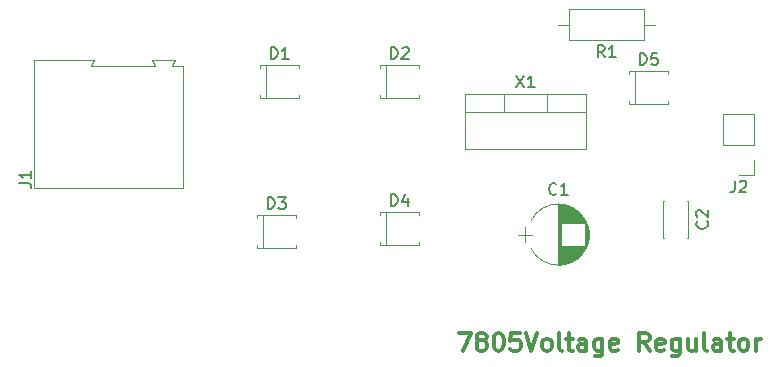
<source format=gbr>
G04 #@! TF.FileFunction,Legend,Top*
%FSLAX46Y46*%
G04 Gerber Fmt 4.6, Leading zero omitted, Abs format (unit mm)*
G04 Created by KiCad (PCBNEW 4.0.7) date 04/27/20 15:33:10*
%MOMM*%
%LPD*%
G01*
G04 APERTURE LIST*
%ADD10C,0.100000*%
%ADD11C,0.300000*%
%ADD12C,0.120000*%
%ADD13C,0.150000*%
G04 APERTURE END LIST*
D10*
D11*
X139904002Y-111192571D02*
X140904002Y-111192571D01*
X140261145Y-112692571D01*
X141689716Y-111835429D02*
X141546858Y-111764000D01*
X141475430Y-111692571D01*
X141404001Y-111549714D01*
X141404001Y-111478286D01*
X141475430Y-111335429D01*
X141546858Y-111264000D01*
X141689716Y-111192571D01*
X141975430Y-111192571D01*
X142118287Y-111264000D01*
X142189716Y-111335429D01*
X142261144Y-111478286D01*
X142261144Y-111549714D01*
X142189716Y-111692571D01*
X142118287Y-111764000D01*
X141975430Y-111835429D01*
X141689716Y-111835429D01*
X141546858Y-111906857D01*
X141475430Y-111978286D01*
X141404001Y-112121143D01*
X141404001Y-112406857D01*
X141475430Y-112549714D01*
X141546858Y-112621143D01*
X141689716Y-112692571D01*
X141975430Y-112692571D01*
X142118287Y-112621143D01*
X142189716Y-112549714D01*
X142261144Y-112406857D01*
X142261144Y-112121143D01*
X142189716Y-111978286D01*
X142118287Y-111906857D01*
X141975430Y-111835429D01*
X143189715Y-111192571D02*
X143332572Y-111192571D01*
X143475429Y-111264000D01*
X143546858Y-111335429D01*
X143618287Y-111478286D01*
X143689715Y-111764000D01*
X143689715Y-112121143D01*
X143618287Y-112406857D01*
X143546858Y-112549714D01*
X143475429Y-112621143D01*
X143332572Y-112692571D01*
X143189715Y-112692571D01*
X143046858Y-112621143D01*
X142975429Y-112549714D01*
X142904001Y-112406857D01*
X142832572Y-112121143D01*
X142832572Y-111764000D01*
X142904001Y-111478286D01*
X142975429Y-111335429D01*
X143046858Y-111264000D01*
X143189715Y-111192571D01*
X145046858Y-111192571D02*
X144332572Y-111192571D01*
X144261143Y-111906857D01*
X144332572Y-111835429D01*
X144475429Y-111764000D01*
X144832572Y-111764000D01*
X144975429Y-111835429D01*
X145046858Y-111906857D01*
X145118286Y-112049714D01*
X145118286Y-112406857D01*
X145046858Y-112549714D01*
X144975429Y-112621143D01*
X144832572Y-112692571D01*
X144475429Y-112692571D01*
X144332572Y-112621143D01*
X144261143Y-112549714D01*
X145546857Y-111192571D02*
X146046857Y-112692571D01*
X146546857Y-111192571D01*
X147261143Y-112692571D02*
X147118285Y-112621143D01*
X147046857Y-112549714D01*
X146975428Y-112406857D01*
X146975428Y-111978286D01*
X147046857Y-111835429D01*
X147118285Y-111764000D01*
X147261143Y-111692571D01*
X147475428Y-111692571D01*
X147618285Y-111764000D01*
X147689714Y-111835429D01*
X147761143Y-111978286D01*
X147761143Y-112406857D01*
X147689714Y-112549714D01*
X147618285Y-112621143D01*
X147475428Y-112692571D01*
X147261143Y-112692571D01*
X148618286Y-112692571D02*
X148475428Y-112621143D01*
X148404000Y-112478286D01*
X148404000Y-111192571D01*
X148975428Y-111692571D02*
X149546857Y-111692571D01*
X149189714Y-111192571D02*
X149189714Y-112478286D01*
X149261142Y-112621143D01*
X149404000Y-112692571D01*
X149546857Y-112692571D01*
X150689714Y-112692571D02*
X150689714Y-111906857D01*
X150618285Y-111764000D01*
X150475428Y-111692571D01*
X150189714Y-111692571D01*
X150046857Y-111764000D01*
X150689714Y-112621143D02*
X150546857Y-112692571D01*
X150189714Y-112692571D01*
X150046857Y-112621143D01*
X149975428Y-112478286D01*
X149975428Y-112335429D01*
X150046857Y-112192571D01*
X150189714Y-112121143D01*
X150546857Y-112121143D01*
X150689714Y-112049714D01*
X152046857Y-111692571D02*
X152046857Y-112906857D01*
X151975428Y-113049714D01*
X151904000Y-113121143D01*
X151761143Y-113192571D01*
X151546857Y-113192571D01*
X151404000Y-113121143D01*
X152046857Y-112621143D02*
X151904000Y-112692571D01*
X151618286Y-112692571D01*
X151475428Y-112621143D01*
X151404000Y-112549714D01*
X151332571Y-112406857D01*
X151332571Y-111978286D01*
X151404000Y-111835429D01*
X151475428Y-111764000D01*
X151618286Y-111692571D01*
X151904000Y-111692571D01*
X152046857Y-111764000D01*
X153332571Y-112621143D02*
X153189714Y-112692571D01*
X152904000Y-112692571D01*
X152761143Y-112621143D01*
X152689714Y-112478286D01*
X152689714Y-111906857D01*
X152761143Y-111764000D01*
X152904000Y-111692571D01*
X153189714Y-111692571D01*
X153332571Y-111764000D01*
X153404000Y-111906857D01*
X153404000Y-112049714D01*
X152689714Y-112192571D01*
X156046857Y-112692571D02*
X155546857Y-111978286D01*
X155189714Y-112692571D02*
X155189714Y-111192571D01*
X155761142Y-111192571D01*
X155904000Y-111264000D01*
X155975428Y-111335429D01*
X156046857Y-111478286D01*
X156046857Y-111692571D01*
X155975428Y-111835429D01*
X155904000Y-111906857D01*
X155761142Y-111978286D01*
X155189714Y-111978286D01*
X157261142Y-112621143D02*
X157118285Y-112692571D01*
X156832571Y-112692571D01*
X156689714Y-112621143D01*
X156618285Y-112478286D01*
X156618285Y-111906857D01*
X156689714Y-111764000D01*
X156832571Y-111692571D01*
X157118285Y-111692571D01*
X157261142Y-111764000D01*
X157332571Y-111906857D01*
X157332571Y-112049714D01*
X156618285Y-112192571D01*
X158618285Y-111692571D02*
X158618285Y-112906857D01*
X158546856Y-113049714D01*
X158475428Y-113121143D01*
X158332571Y-113192571D01*
X158118285Y-113192571D01*
X157975428Y-113121143D01*
X158618285Y-112621143D02*
X158475428Y-112692571D01*
X158189714Y-112692571D01*
X158046856Y-112621143D01*
X157975428Y-112549714D01*
X157903999Y-112406857D01*
X157903999Y-111978286D01*
X157975428Y-111835429D01*
X158046856Y-111764000D01*
X158189714Y-111692571D01*
X158475428Y-111692571D01*
X158618285Y-111764000D01*
X159975428Y-111692571D02*
X159975428Y-112692571D01*
X159332571Y-111692571D02*
X159332571Y-112478286D01*
X159403999Y-112621143D01*
X159546857Y-112692571D01*
X159761142Y-112692571D01*
X159903999Y-112621143D01*
X159975428Y-112549714D01*
X160904000Y-112692571D02*
X160761142Y-112621143D01*
X160689714Y-112478286D01*
X160689714Y-111192571D01*
X162118285Y-112692571D02*
X162118285Y-111906857D01*
X162046856Y-111764000D01*
X161903999Y-111692571D01*
X161618285Y-111692571D01*
X161475428Y-111764000D01*
X162118285Y-112621143D02*
X161975428Y-112692571D01*
X161618285Y-112692571D01*
X161475428Y-112621143D01*
X161403999Y-112478286D01*
X161403999Y-112335429D01*
X161475428Y-112192571D01*
X161618285Y-112121143D01*
X161975428Y-112121143D01*
X162118285Y-112049714D01*
X162618285Y-111692571D02*
X163189714Y-111692571D01*
X162832571Y-111192571D02*
X162832571Y-112478286D01*
X162903999Y-112621143D01*
X163046857Y-112692571D01*
X163189714Y-112692571D01*
X163904000Y-112692571D02*
X163761142Y-112621143D01*
X163689714Y-112549714D01*
X163618285Y-112406857D01*
X163618285Y-111978286D01*
X163689714Y-111835429D01*
X163761142Y-111764000D01*
X163904000Y-111692571D01*
X164118285Y-111692571D01*
X164261142Y-111764000D01*
X164332571Y-111835429D01*
X164404000Y-111978286D01*
X164404000Y-112406857D01*
X164332571Y-112549714D01*
X164261142Y-112621143D01*
X164118285Y-112692571D01*
X163904000Y-112692571D01*
X165046857Y-112692571D02*
X165046857Y-111692571D01*
X165046857Y-111978286D02*
X165118285Y-111835429D01*
X165189714Y-111764000D01*
X165332571Y-111692571D01*
X165475428Y-111692571D01*
D12*
X150621722Y-101690277D02*
G75*
G03X146010420Y-101690000I-2305722J-1179723D01*
G01*
X150621722Y-104049723D02*
G75*
G02X146010420Y-104050000I-2305722J1179723D01*
G01*
X150621722Y-104049723D02*
G75*
G03X150621580Y-101690000I-2305722J1179723D01*
G01*
X148316000Y-100320000D02*
X148316000Y-105420000D01*
X148356000Y-100320000D02*
X148356000Y-105420000D01*
X148396000Y-100321000D02*
X148396000Y-105419000D01*
X148436000Y-100322000D02*
X148436000Y-105418000D01*
X148476000Y-100324000D02*
X148476000Y-105416000D01*
X148516000Y-100327000D02*
X148516000Y-105413000D01*
X148556000Y-100331000D02*
X148556000Y-105409000D01*
X148596000Y-100335000D02*
X148596000Y-101890000D01*
X148596000Y-103850000D02*
X148596000Y-105405000D01*
X148636000Y-100339000D02*
X148636000Y-101890000D01*
X148636000Y-103850000D02*
X148636000Y-105401000D01*
X148676000Y-100345000D02*
X148676000Y-101890000D01*
X148676000Y-103850000D02*
X148676000Y-105395000D01*
X148716000Y-100351000D02*
X148716000Y-101890000D01*
X148716000Y-103850000D02*
X148716000Y-105389000D01*
X148756000Y-100357000D02*
X148756000Y-101890000D01*
X148756000Y-103850000D02*
X148756000Y-105383000D01*
X148796000Y-100364000D02*
X148796000Y-101890000D01*
X148796000Y-103850000D02*
X148796000Y-105376000D01*
X148836000Y-100372000D02*
X148836000Y-101890000D01*
X148836000Y-103850000D02*
X148836000Y-105368000D01*
X148876000Y-100381000D02*
X148876000Y-101890000D01*
X148876000Y-103850000D02*
X148876000Y-105359000D01*
X148916000Y-100390000D02*
X148916000Y-101890000D01*
X148916000Y-103850000D02*
X148916000Y-105350000D01*
X148956000Y-100400000D02*
X148956000Y-101890000D01*
X148956000Y-103850000D02*
X148956000Y-105340000D01*
X148996000Y-100410000D02*
X148996000Y-101890000D01*
X148996000Y-103850000D02*
X148996000Y-105330000D01*
X149037000Y-100422000D02*
X149037000Y-101890000D01*
X149037000Y-103850000D02*
X149037000Y-105318000D01*
X149077000Y-100434000D02*
X149077000Y-101890000D01*
X149077000Y-103850000D02*
X149077000Y-105306000D01*
X149117000Y-100446000D02*
X149117000Y-101890000D01*
X149117000Y-103850000D02*
X149117000Y-105294000D01*
X149157000Y-100460000D02*
X149157000Y-101890000D01*
X149157000Y-103850000D02*
X149157000Y-105280000D01*
X149197000Y-100474000D02*
X149197000Y-101890000D01*
X149197000Y-103850000D02*
X149197000Y-105266000D01*
X149237000Y-100488000D02*
X149237000Y-101890000D01*
X149237000Y-103850000D02*
X149237000Y-105252000D01*
X149277000Y-100504000D02*
X149277000Y-101890000D01*
X149277000Y-103850000D02*
X149277000Y-105236000D01*
X149317000Y-100520000D02*
X149317000Y-101890000D01*
X149317000Y-103850000D02*
X149317000Y-105220000D01*
X149357000Y-100537000D02*
X149357000Y-101890000D01*
X149357000Y-103850000D02*
X149357000Y-105203000D01*
X149397000Y-100555000D02*
X149397000Y-101890000D01*
X149397000Y-103850000D02*
X149397000Y-105185000D01*
X149437000Y-100574000D02*
X149437000Y-101890000D01*
X149437000Y-103850000D02*
X149437000Y-105166000D01*
X149477000Y-100594000D02*
X149477000Y-101890000D01*
X149477000Y-103850000D02*
X149477000Y-105146000D01*
X149517000Y-100614000D02*
X149517000Y-101890000D01*
X149517000Y-103850000D02*
X149517000Y-105126000D01*
X149557000Y-100636000D02*
X149557000Y-101890000D01*
X149557000Y-103850000D02*
X149557000Y-105104000D01*
X149597000Y-100658000D02*
X149597000Y-101890000D01*
X149597000Y-103850000D02*
X149597000Y-105082000D01*
X149637000Y-100681000D02*
X149637000Y-101890000D01*
X149637000Y-103850000D02*
X149637000Y-105059000D01*
X149677000Y-100705000D02*
X149677000Y-101890000D01*
X149677000Y-103850000D02*
X149677000Y-105035000D01*
X149717000Y-100730000D02*
X149717000Y-101890000D01*
X149717000Y-103850000D02*
X149717000Y-105010000D01*
X149757000Y-100757000D02*
X149757000Y-101890000D01*
X149757000Y-103850000D02*
X149757000Y-104983000D01*
X149797000Y-100784000D02*
X149797000Y-101890000D01*
X149797000Y-103850000D02*
X149797000Y-104956000D01*
X149837000Y-100812000D02*
X149837000Y-101890000D01*
X149837000Y-103850000D02*
X149837000Y-104928000D01*
X149877000Y-100842000D02*
X149877000Y-101890000D01*
X149877000Y-103850000D02*
X149877000Y-104898000D01*
X149917000Y-100873000D02*
X149917000Y-101890000D01*
X149917000Y-103850000D02*
X149917000Y-104867000D01*
X149957000Y-100905000D02*
X149957000Y-101890000D01*
X149957000Y-103850000D02*
X149957000Y-104835000D01*
X149997000Y-100938000D02*
X149997000Y-101890000D01*
X149997000Y-103850000D02*
X149997000Y-104802000D01*
X150037000Y-100973000D02*
X150037000Y-101890000D01*
X150037000Y-103850000D02*
X150037000Y-104767000D01*
X150077000Y-101009000D02*
X150077000Y-101890000D01*
X150077000Y-103850000D02*
X150077000Y-104731000D01*
X150117000Y-101047000D02*
X150117000Y-101890000D01*
X150117000Y-103850000D02*
X150117000Y-104693000D01*
X150157000Y-101087000D02*
X150157000Y-101890000D01*
X150157000Y-103850000D02*
X150157000Y-104653000D01*
X150197000Y-101128000D02*
X150197000Y-101890000D01*
X150197000Y-103850000D02*
X150197000Y-104612000D01*
X150237000Y-101171000D02*
X150237000Y-101890000D01*
X150237000Y-103850000D02*
X150237000Y-104569000D01*
X150277000Y-101216000D02*
X150277000Y-101890000D01*
X150277000Y-103850000D02*
X150277000Y-104524000D01*
X150317000Y-101264000D02*
X150317000Y-101890000D01*
X150317000Y-103850000D02*
X150317000Y-104476000D01*
X150357000Y-101314000D02*
X150357000Y-101890000D01*
X150357000Y-103850000D02*
X150357000Y-104426000D01*
X150397000Y-101366000D02*
X150397000Y-101890000D01*
X150397000Y-103850000D02*
X150397000Y-104374000D01*
X150437000Y-101422000D02*
X150437000Y-101890000D01*
X150437000Y-103850000D02*
X150437000Y-104318000D01*
X150477000Y-101480000D02*
X150477000Y-101890000D01*
X150477000Y-103850000D02*
X150477000Y-104260000D01*
X150517000Y-101543000D02*
X150517000Y-101890000D01*
X150517000Y-103850000D02*
X150517000Y-104197000D01*
X150557000Y-101609000D02*
X150557000Y-104131000D01*
X150597000Y-101681000D02*
X150597000Y-104059000D01*
X150637000Y-101758000D02*
X150637000Y-103982000D01*
X150677000Y-101842000D02*
X150677000Y-103898000D01*
X150717000Y-101936000D02*
X150717000Y-103804000D01*
X150757000Y-102041000D02*
X150757000Y-103699000D01*
X150797000Y-102163000D02*
X150797000Y-103577000D01*
X150837000Y-102311000D02*
X150837000Y-103429000D01*
X150877000Y-102516000D02*
X150877000Y-103224000D01*
X144866000Y-102870000D02*
X146066000Y-102870000D01*
X145466000Y-102220000D02*
X145466000Y-103520000D01*
X159302000Y-100020000D02*
X159302000Y-103140000D01*
X157182000Y-100020000D02*
X157182000Y-103140000D01*
X159302000Y-100020000D02*
X159238000Y-100020000D01*
X157246000Y-100020000D02*
X157182000Y-100020000D01*
X159302000Y-103140000D02*
X159238000Y-103140000D01*
X157246000Y-103140000D02*
X157182000Y-103140000D01*
X123054000Y-88736000D02*
X123054000Y-88556000D01*
X123054000Y-88556000D02*
X126374000Y-88556000D01*
X126374000Y-88556000D02*
X126374000Y-88736000D01*
X123054000Y-91096000D02*
X123054000Y-91276000D01*
X123054000Y-91276000D02*
X126374000Y-91276000D01*
X126374000Y-91276000D02*
X126374000Y-91096000D01*
X123594000Y-88556000D02*
X123594000Y-91276000D01*
X133214000Y-88736000D02*
X133214000Y-88556000D01*
X133214000Y-88556000D02*
X136534000Y-88556000D01*
X136534000Y-88556000D02*
X136534000Y-88736000D01*
X133214000Y-91096000D02*
X133214000Y-91276000D01*
X133214000Y-91276000D02*
X136534000Y-91276000D01*
X136534000Y-91276000D02*
X136534000Y-91096000D01*
X133754000Y-88556000D02*
X133754000Y-91276000D01*
X122800000Y-101436000D02*
X122800000Y-101256000D01*
X122800000Y-101256000D02*
X126120000Y-101256000D01*
X126120000Y-101256000D02*
X126120000Y-101436000D01*
X122800000Y-103796000D02*
X122800000Y-103976000D01*
X122800000Y-103976000D02*
X126120000Y-103976000D01*
X126120000Y-103976000D02*
X126120000Y-103796000D01*
X123340000Y-101256000D02*
X123340000Y-103976000D01*
X133214000Y-101182000D02*
X133214000Y-101002000D01*
X133214000Y-101002000D02*
X136534000Y-101002000D01*
X136534000Y-101002000D02*
X136534000Y-101182000D01*
X133214000Y-103542000D02*
X133214000Y-103722000D01*
X133214000Y-103722000D02*
X136534000Y-103722000D01*
X136534000Y-103722000D02*
X136534000Y-103542000D01*
X133754000Y-101002000D02*
X133754000Y-103722000D01*
X154296000Y-89244000D02*
X154296000Y-89064000D01*
X154296000Y-89064000D02*
X157616000Y-89064000D01*
X157616000Y-89064000D02*
X157616000Y-89244000D01*
X154296000Y-91604000D02*
X154296000Y-91784000D01*
X154296000Y-91784000D02*
X157616000Y-91784000D01*
X157616000Y-91784000D02*
X157616000Y-91604000D01*
X154836000Y-89064000D02*
X154836000Y-91784000D01*
X103936000Y-98916000D02*
X116536000Y-98916000D01*
X116536000Y-98916000D02*
X116536000Y-88566000D01*
X116536000Y-88566000D02*
X115586000Y-88566000D01*
X115586000Y-88566000D02*
X115836000Y-88066000D01*
X115836000Y-88066000D02*
X113936000Y-88066000D01*
X113936000Y-88066000D02*
X113886000Y-88066000D01*
X113886000Y-88066000D02*
X114136000Y-88566000D01*
X114136000Y-88566000D02*
X108736000Y-88566000D01*
X108736000Y-88566000D02*
X109036000Y-88066000D01*
X109036000Y-88066000D02*
X103936000Y-88066000D01*
X103936000Y-88066000D02*
X103936000Y-98916000D01*
X164906000Y-92650000D02*
X162246000Y-92650000D01*
X164906000Y-95250000D02*
X164906000Y-92650000D01*
X162246000Y-95250000D02*
X162246000Y-92650000D01*
X164906000Y-95250000D02*
X162246000Y-95250000D01*
X164906000Y-96520000D02*
X164906000Y-97850000D01*
X164906000Y-97850000D02*
X163576000Y-97850000D01*
X155610000Y-86400000D02*
X155610000Y-83780000D01*
X155610000Y-83780000D02*
X149190000Y-83780000D01*
X149190000Y-83780000D02*
X149190000Y-86400000D01*
X149190000Y-86400000D02*
X155610000Y-86400000D01*
X156500000Y-85090000D02*
X155610000Y-85090000D01*
X148300000Y-85090000D02*
X149190000Y-85090000D01*
X140422000Y-90964000D02*
X150662000Y-90964000D01*
X140422000Y-95605000D02*
X150662000Y-95605000D01*
X140422000Y-90964000D02*
X140422000Y-95605000D01*
X150662000Y-90964000D02*
X150662000Y-95605000D01*
X140422000Y-92474000D02*
X150662000Y-92474000D01*
X143692000Y-90964000D02*
X143692000Y-92474000D01*
X147393000Y-90964000D02*
X147393000Y-92474000D01*
D13*
X148149334Y-99417143D02*
X148101715Y-99464762D01*
X147958858Y-99512381D01*
X147863620Y-99512381D01*
X147720762Y-99464762D01*
X147625524Y-99369524D01*
X147577905Y-99274286D01*
X147530286Y-99083810D01*
X147530286Y-98940952D01*
X147577905Y-98750476D01*
X147625524Y-98655238D01*
X147720762Y-98560000D01*
X147863620Y-98512381D01*
X147958858Y-98512381D01*
X148101715Y-98560000D01*
X148149334Y-98607619D01*
X149101715Y-99512381D02*
X148530286Y-99512381D01*
X148816000Y-99512381D02*
X148816000Y-98512381D01*
X148720762Y-98655238D01*
X148625524Y-98750476D01*
X148530286Y-98798095D01*
X160909143Y-101746666D02*
X160956762Y-101794285D01*
X161004381Y-101937142D01*
X161004381Y-102032380D01*
X160956762Y-102175238D01*
X160861524Y-102270476D01*
X160766286Y-102318095D01*
X160575810Y-102365714D01*
X160432952Y-102365714D01*
X160242476Y-102318095D01*
X160147238Y-102270476D01*
X160052000Y-102175238D01*
X160004381Y-102032380D01*
X160004381Y-101937142D01*
X160052000Y-101794285D01*
X160099619Y-101746666D01*
X160099619Y-101365714D02*
X160052000Y-101318095D01*
X160004381Y-101222857D01*
X160004381Y-100984761D01*
X160052000Y-100889523D01*
X160099619Y-100841904D01*
X160194857Y-100794285D01*
X160290095Y-100794285D01*
X160432952Y-100841904D01*
X161004381Y-101413333D01*
X161004381Y-100794285D01*
X123975905Y-88008381D02*
X123975905Y-87008381D01*
X124214000Y-87008381D01*
X124356858Y-87056000D01*
X124452096Y-87151238D01*
X124499715Y-87246476D01*
X124547334Y-87436952D01*
X124547334Y-87579810D01*
X124499715Y-87770286D01*
X124452096Y-87865524D01*
X124356858Y-87960762D01*
X124214000Y-88008381D01*
X123975905Y-88008381D01*
X125499715Y-88008381D02*
X124928286Y-88008381D01*
X125214000Y-88008381D02*
X125214000Y-87008381D01*
X125118762Y-87151238D01*
X125023524Y-87246476D01*
X124928286Y-87294095D01*
X134135905Y-88008381D02*
X134135905Y-87008381D01*
X134374000Y-87008381D01*
X134516858Y-87056000D01*
X134612096Y-87151238D01*
X134659715Y-87246476D01*
X134707334Y-87436952D01*
X134707334Y-87579810D01*
X134659715Y-87770286D01*
X134612096Y-87865524D01*
X134516858Y-87960762D01*
X134374000Y-88008381D01*
X134135905Y-88008381D01*
X135088286Y-87103619D02*
X135135905Y-87056000D01*
X135231143Y-87008381D01*
X135469239Y-87008381D01*
X135564477Y-87056000D01*
X135612096Y-87103619D01*
X135659715Y-87198857D01*
X135659715Y-87294095D01*
X135612096Y-87436952D01*
X135040667Y-88008381D01*
X135659715Y-88008381D01*
X123721905Y-100708381D02*
X123721905Y-99708381D01*
X123960000Y-99708381D01*
X124102858Y-99756000D01*
X124198096Y-99851238D01*
X124245715Y-99946476D01*
X124293334Y-100136952D01*
X124293334Y-100279810D01*
X124245715Y-100470286D01*
X124198096Y-100565524D01*
X124102858Y-100660762D01*
X123960000Y-100708381D01*
X123721905Y-100708381D01*
X124626667Y-99708381D02*
X125245715Y-99708381D01*
X124912381Y-100089333D01*
X125055239Y-100089333D01*
X125150477Y-100136952D01*
X125198096Y-100184571D01*
X125245715Y-100279810D01*
X125245715Y-100517905D01*
X125198096Y-100613143D01*
X125150477Y-100660762D01*
X125055239Y-100708381D01*
X124769524Y-100708381D01*
X124674286Y-100660762D01*
X124626667Y-100613143D01*
X134135905Y-100454381D02*
X134135905Y-99454381D01*
X134374000Y-99454381D01*
X134516858Y-99502000D01*
X134612096Y-99597238D01*
X134659715Y-99692476D01*
X134707334Y-99882952D01*
X134707334Y-100025810D01*
X134659715Y-100216286D01*
X134612096Y-100311524D01*
X134516858Y-100406762D01*
X134374000Y-100454381D01*
X134135905Y-100454381D01*
X135564477Y-99787714D02*
X135564477Y-100454381D01*
X135326381Y-99406762D02*
X135088286Y-100121048D01*
X135707334Y-100121048D01*
X155217905Y-88516381D02*
X155217905Y-87516381D01*
X155456000Y-87516381D01*
X155598858Y-87564000D01*
X155694096Y-87659238D01*
X155741715Y-87754476D01*
X155789334Y-87944952D01*
X155789334Y-88087810D01*
X155741715Y-88278286D01*
X155694096Y-88373524D01*
X155598858Y-88468762D01*
X155456000Y-88516381D01*
X155217905Y-88516381D01*
X156694096Y-87516381D02*
X156217905Y-87516381D01*
X156170286Y-87992571D01*
X156217905Y-87944952D01*
X156313143Y-87897333D01*
X156551239Y-87897333D01*
X156646477Y-87944952D01*
X156694096Y-87992571D01*
X156741715Y-88087810D01*
X156741715Y-88325905D01*
X156694096Y-88421143D01*
X156646477Y-88468762D01*
X156551239Y-88516381D01*
X156313143Y-88516381D01*
X156217905Y-88468762D01*
X156170286Y-88421143D01*
X102698381Y-98519333D02*
X103412667Y-98519333D01*
X103555524Y-98566953D01*
X103650762Y-98662191D01*
X103698381Y-98805048D01*
X103698381Y-98900286D01*
X103698381Y-97519333D02*
X103698381Y-98090762D01*
X103698381Y-97805048D02*
X102698381Y-97805048D01*
X102841238Y-97900286D01*
X102936476Y-97995524D01*
X102984095Y-98090762D01*
X163242667Y-98302381D02*
X163242667Y-99016667D01*
X163195047Y-99159524D01*
X163099809Y-99254762D01*
X162956952Y-99302381D01*
X162861714Y-99302381D01*
X163671238Y-98397619D02*
X163718857Y-98350000D01*
X163814095Y-98302381D01*
X164052191Y-98302381D01*
X164147429Y-98350000D01*
X164195048Y-98397619D01*
X164242667Y-98492857D01*
X164242667Y-98588095D01*
X164195048Y-98730952D01*
X163623619Y-99302381D01*
X164242667Y-99302381D01*
X152233334Y-87852381D02*
X151900000Y-87376190D01*
X151661905Y-87852381D02*
X151661905Y-86852381D01*
X152042858Y-86852381D01*
X152138096Y-86900000D01*
X152185715Y-86947619D01*
X152233334Y-87042857D01*
X152233334Y-87185714D01*
X152185715Y-87280952D01*
X152138096Y-87328571D01*
X152042858Y-87376190D01*
X151661905Y-87376190D01*
X153185715Y-87852381D02*
X152614286Y-87852381D01*
X152900000Y-87852381D02*
X152900000Y-86852381D01*
X152804762Y-86995238D01*
X152709524Y-87090476D01*
X152614286Y-87138095D01*
X144732476Y-89416381D02*
X145399143Y-90416381D01*
X145399143Y-89416381D02*
X144732476Y-90416381D01*
X146303905Y-90416381D02*
X145732476Y-90416381D01*
X146018190Y-90416381D02*
X146018190Y-89416381D01*
X145922952Y-89559238D01*
X145827714Y-89654476D01*
X145732476Y-89702095D01*
M02*

</source>
